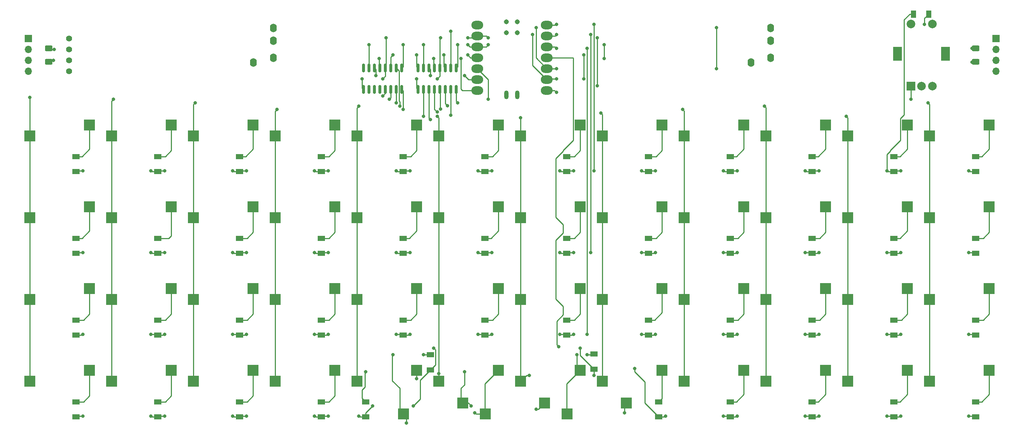
<source format=gbr>
%TF.GenerationSoftware,KiCad,Pcbnew,(6.0.4-0)*%
%TF.CreationDate,2022-09-28T21:01:25-05:00*%
%TF.ProjectId,mongus48,6d6f6e67-7573-4343-982e-6b696361645f,rev?*%
%TF.SameCoordinates,Original*%
%TF.FileFunction,Copper,L2,Bot*%
%TF.FilePolarity,Positive*%
%FSLAX46Y46*%
G04 Gerber Fmt 4.6, Leading zero omitted, Abs format (unit mm)*
G04 Created by KiCad (PCBNEW (6.0.4-0)) date 2022-09-28 21:01:25*
%MOMM*%
%LPD*%
G01*
G04 APERTURE LIST*
G04 Aperture macros list*
%AMRoundRect*
0 Rectangle with rounded corners*
0 $1 Rounding radius*
0 $2 $3 $4 $5 $6 $7 $8 $9 X,Y pos of 4 corners*
0 Add a 4 corners polygon primitive as box body*
4,1,4,$2,$3,$4,$5,$6,$7,$8,$9,$2,$3,0*
0 Add four circle primitives for the rounded corners*
1,1,$1+$1,$2,$3*
1,1,$1+$1,$4,$5*
1,1,$1+$1,$6,$7*
1,1,$1+$1,$8,$9*
0 Add four rect primitives between the rounded corners*
20,1,$1+$1,$2,$3,$4,$5,0*
20,1,$1+$1,$4,$5,$6,$7,0*
20,1,$1+$1,$6,$7,$8,$9,0*
20,1,$1+$1,$8,$9,$2,$3,0*%
G04 Aperture macros list end*
%TA.AperFunction,SMDPad,CuDef*%
%ADD10R,2.550000X2.500000*%
%TD*%
%TA.AperFunction,ComponentPad*%
%ADD11C,1.397000*%
%TD*%
%TA.AperFunction,ComponentPad*%
%ADD12O,1.600000X2.000000*%
%TD*%
%TA.AperFunction,ComponentPad*%
%ADD13R,1.700000X1.700000*%
%TD*%
%TA.AperFunction,ComponentPad*%
%ADD14O,1.700000X1.700000*%
%TD*%
%TA.AperFunction,ComponentPad*%
%ADD15R,2.000000X2.000000*%
%TD*%
%TA.AperFunction,ComponentPad*%
%ADD16C,2.000000*%
%TD*%
%TA.AperFunction,ComponentPad*%
%ADD17R,2.000000X3.200000*%
%TD*%
%TA.AperFunction,SMDPad,CuDef*%
%ADD18R,1.700000X1.300000*%
%TD*%
%TA.AperFunction,SMDPad,CuDef*%
%ADD19RoundRect,0.150000X0.150000X-0.850000X0.150000X0.850000X-0.150000X0.850000X-0.150000X-0.850000X0*%
%TD*%
%TA.AperFunction,SMDPad,CuDef*%
%ADD20R,1.300000X1.700000*%
%TD*%
%TA.AperFunction,SMDPad,CuDef*%
%ADD21O,2.748280X1.998980*%
%TD*%
%TA.AperFunction,SMDPad,CuDef*%
%ADD22O,1.016000X2.032000*%
%TD*%
%TA.AperFunction,SMDPad,CuDef*%
%ADD23C,1.143000*%
%TD*%
%TA.AperFunction,SMDPad,CuDef*%
%ADD24RoundRect,0.250000X0.625000X-0.400000X0.625000X0.400000X-0.625000X0.400000X-0.625000X-0.400000X0*%
%TD*%
%TA.AperFunction,ViaPad*%
%ADD25C,0.800000*%
%TD*%
%TA.AperFunction,Conductor*%
%ADD26C,0.250000*%
%TD*%
G04 APERTURE END LIST*
D10*
%TO.P,SW28,1,A*%
%TO.N,Net-(D28-Pad2)*%
X106302500Y-106838750D03*
%TO.P,SW28,2,B*%
%TO.N,col9*%
X92452500Y-109378750D03*
%TD*%
%TO.P,SW38,1,A*%
%TO.N,Net-(D38-Pad2)*%
X68202500Y-125888750D03*
%TO.P,SW38,2,B*%
%TO.N,col11*%
X54352500Y-128428750D03*
%TD*%
%TO.P,SW39,1,A*%
%TO.N,Net-(D39-Pad2)*%
X87252500Y-125888750D03*
%TO.P,SW39,2,B*%
%TO.N,col10*%
X73402500Y-128428750D03*
%TD*%
%TO.P,SW50,1,A*%
%TO.N,Net-(D43-Pad2)*%
X160397500Y-136048750D03*
%TO.P,SW50,2,B*%
%TO.N,col6*%
X174247500Y-133508750D03*
%TD*%
%TO.P,SW11,1,A*%
%TO.N,Net-(D11-Pad2)*%
X239652500Y-68738750D03*
%TO.P,SW11,2,B*%
%TO.N,col2*%
X225802500Y-71278750D03*
%TD*%
%TO.P,SW27,1,A*%
%TO.N,Net-(D27-Pad2)*%
X87252500Y-106838750D03*
%TO.P,SW27,2,B*%
%TO.N,col10*%
X73402500Y-109378750D03*
%TD*%
%TO.P,SW32,1,A*%
%TO.N,Net-(D32-Pad2)*%
X182502500Y-106838750D03*
%TO.P,SW32,2,B*%
%TO.N,col5*%
X168652500Y-109378750D03*
%TD*%
%TO.P,SW26,1,A*%
%TO.N,Net-(D26-Pad2)*%
X68202500Y-106838750D03*
%TO.P,SW26,2,B*%
%TO.N,col11*%
X54352500Y-109378750D03*
%TD*%
%TO.P,SW8,1,A*%
%TO.N,Net-(D8-Pad2)*%
X182502500Y-68738750D03*
%TO.P,SW8,2,B*%
%TO.N,col5*%
X168652500Y-71278750D03*
%TD*%
%TO.P,SW33,1,A*%
%TO.N,Net-(D33-Pad2)*%
X201552500Y-106838750D03*
%TO.P,SW33,2,B*%
%TO.N,col4*%
X187702500Y-109378750D03*
%TD*%
%TO.P,SW35,1,A*%
%TO.N,Net-(D35-Pad2)*%
X239652500Y-106838750D03*
%TO.P,SW35,2,B*%
%TO.N,col2*%
X225802500Y-109378750D03*
%TD*%
%TO.P,SW19,1,A*%
%TO.N,Net-(D19-Pad2)*%
X163452500Y-87788750D03*
%TO.P,SW19,2,B*%
%TO.N,col6*%
X149602500Y-90328750D03*
%TD*%
%TO.P,SW12,1,A*%
%TO.N,Net-(D12-Pad2)*%
X258702500Y-68738750D03*
%TO.P,SW12,2,B*%
%TO.N,col1*%
X244852500Y-71278750D03*
%TD*%
%TO.P,SW44,1,A*%
%TO.N,Net-(D44-Pad2)*%
X182502500Y-125888750D03*
%TO.P,SW44,2,B*%
%TO.N,col5*%
X168652500Y-128428750D03*
%TD*%
%TO.P,SW22,1,A*%
%TO.N,Net-(D22-Pad2)*%
X220602500Y-87788750D03*
%TO.P,SW22,2,B*%
%TO.N,col3*%
X206752500Y-90328750D03*
%TD*%
%TO.P,SW49,1,A*%
%TO.N,Net-(D42-Pad2)*%
X141347500Y-136048750D03*
%TO.P,SW49,2,B*%
%TO.N,col7*%
X155197500Y-133508750D03*
%TD*%
%TO.P,SW6,1,A*%
%TO.N,Net-(D6-Pad2)*%
X144402500Y-68738750D03*
%TO.P,SW6,2,B*%
%TO.N,col7*%
X130552500Y-71278750D03*
%TD*%
%TO.P,SW17,1,A*%
%TO.N,Net-(D17-Pad2)*%
X125352500Y-87788750D03*
%TO.P,SW17,2,B*%
%TO.N,col8*%
X111502500Y-90328750D03*
%TD*%
%TO.P,SW42,1,A*%
%TO.N,Net-(D42-Pad2)*%
X144402500Y-125888750D03*
%TO.P,SW42,2,B*%
%TO.N,col7*%
X130552500Y-128428750D03*
%TD*%
%TO.P,SW7,1,A*%
%TO.N,Net-(D7-Pad2)*%
X163452500Y-68738750D03*
%TO.P,SW7,2,B*%
%TO.N,col6*%
X149602500Y-71278750D03*
%TD*%
D11*
%TO.P,OL1,1,SDA*%
%TO.N,sda*%
X44450000Y-48577500D03*
%TO.P,OL1,2,SCL*%
%TO.N,scl*%
X44450000Y-51117500D03*
%TO.P,OL1,3,VCC*%
%TO.N,3v3*%
X44450000Y-53657500D03*
%TO.P,OL1,4,GND*%
%TO.N,gnd*%
X44450000Y-56197500D03*
%TD*%
D10*
%TO.P,SW45,1,A*%
%TO.N,Net-(D45-Pad2)*%
X201552500Y-125888750D03*
%TO.P,SW45,2,B*%
%TO.N,col4*%
X187702500Y-128428750D03*
%TD*%
%TO.P,SW15,1,A*%
%TO.N,Net-(D15-Pad2)*%
X87252500Y-87788750D03*
%TO.P,SW15,2,B*%
%TO.N,col10*%
X73402500Y-90328750D03*
%TD*%
%TO.P,SW47,1,A*%
%TO.N,Net-(D47-Pad2)*%
X239652500Y-125888750D03*
%TO.P,SW47,2,B*%
%TO.N,col2*%
X225802500Y-128428750D03*
%TD*%
%TO.P,SW4,1,A*%
%TO.N,Net-(D4-Pad2)*%
X106302500Y-68738750D03*
%TO.P,SW4,2,B*%
%TO.N,col9*%
X92452500Y-71278750D03*
%TD*%
%TO.P,SW37,1,A*%
%TO.N,Net-(D37-Pad2)*%
X49152500Y-125888750D03*
%TO.P,SW37,2,B*%
%TO.N,col12*%
X35302500Y-128428750D03*
%TD*%
%TO.P,SW29,1,A*%
%TO.N,Net-(D29-Pad2)*%
X125352500Y-106838750D03*
%TO.P,SW29,2,B*%
%TO.N,col8*%
X111502500Y-109378750D03*
%TD*%
%TO.P,SW23,1,A*%
%TO.N,Net-(D23-Pad2)*%
X239652500Y-87788750D03*
%TO.P,SW23,2,B*%
%TO.N,col2*%
X225802500Y-90328750D03*
%TD*%
%TO.P,SW1,1,A*%
%TO.N,Net-(D1-Pad2)*%
X49152500Y-68738750D03*
%TO.P,SW1,2,B*%
%TO.N,col12*%
X35302500Y-71278750D03*
%TD*%
%TO.P,SW51,1,A*%
%TO.N,Net-(D42-Pad2)*%
X122297500Y-136048750D03*
%TO.P,SW51,2,B*%
%TO.N,col7*%
X136147500Y-133508750D03*
%TD*%
%TO.P,SW20,1,A*%
%TO.N,Net-(D20-Pad2)*%
X182502500Y-87788750D03*
%TO.P,SW20,2,B*%
%TO.N,col5*%
X168652500Y-90328750D03*
%TD*%
%TO.P,SW25,1,A*%
%TO.N,Net-(D25-Pad2)*%
X49152500Y-106838750D03*
%TO.P,SW25,2,B*%
%TO.N,col12*%
X35302500Y-109378750D03*
%TD*%
D12*
%TO.P,U5,1,SLEEVE*%
%TO.N,gnd*%
X203281250Y-54162500D03*
%TO.P,U5,2,TIP*%
%TO.N,3v3*%
X207881250Y-53062500D03*
%TO.P,U5,3,RING1*%
%TO.N,scl*%
X207881250Y-49062500D03*
%TO.P,U5,4,RING2*%
%TO.N,sda*%
X207881250Y-46062500D03*
%TD*%
D13*
%TO.P,J2,1,Pin_1*%
%TO.N,sda*%
X34925000Y-48587500D03*
D14*
%TO.P,J2,2,Pin_2*%
%TO.N,scl*%
X34925000Y-51127500D03*
%TO.P,J2,3,Pin_3*%
%TO.N,3v3*%
X34925000Y-53667500D03*
%TO.P,J2,4,Pin_4*%
%TO.N,gnd*%
X34925000Y-56207500D03*
%TD*%
D15*
%TO.P,RSW1,A,A*%
%TO.N,pad_a*%
X240506250Y-59637500D03*
D16*
%TO.P,RSW1,B,B*%
%TO.N,pad_b*%
X245506250Y-59637500D03*
%TO.P,RSW1,C,C*%
%TO.N,gnd*%
X243006250Y-59637500D03*
D17*
%TO.P,RSW1,MP*%
%TO.N,N/C*%
X248606250Y-52137500D03*
X237406250Y-52137500D03*
D16*
%TO.P,RSW1,S1,S1*%
%TO.N,col0*%
X245506250Y-45137500D03*
%TO.P,RSW1,S2,S2*%
%TO.N,Net-(RD1-Pad2)*%
X240506250Y-45137500D03*
%TD*%
D10*
%TO.P,SW9,1,A*%
%TO.N,Net-(D9-Pad2)*%
X201552500Y-68738750D03*
%TO.P,SW9,2,B*%
%TO.N,col4*%
X187702500Y-71278750D03*
%TD*%
%TO.P,SW34,1,A*%
%TO.N,Net-(D34-Pad2)*%
X220602500Y-106838750D03*
%TO.P,SW34,2,B*%
%TO.N,col3*%
X206752500Y-109378750D03*
%TD*%
%TO.P,SW46,1,A*%
%TO.N,Net-(D46-Pad2)*%
X220602500Y-125888750D03*
%TO.P,SW46,2,B*%
%TO.N,col3*%
X206752500Y-128428750D03*
%TD*%
%TO.P,SW40,1,A*%
%TO.N,Net-(D40-Pad2)*%
X106302500Y-125888750D03*
%TO.P,SW40,2,B*%
%TO.N,col9*%
X92452500Y-128428750D03*
%TD*%
%TO.P,SW14,1,A*%
%TO.N,Net-(D14-Pad2)*%
X68202500Y-87788750D03*
%TO.P,SW14,2,B*%
%TO.N,col11*%
X54352500Y-90328750D03*
%TD*%
D13*
%TO.P,J1,1,Pin_1*%
%TO.N,sda*%
X260350000Y-48587500D03*
D14*
%TO.P,J1,2,Pin_2*%
%TO.N,scl*%
X260350000Y-51127500D03*
%TO.P,J1,3,Pin_3*%
%TO.N,3v3*%
X260350000Y-53667500D03*
%TO.P,J1,4,Pin_4*%
%TO.N,gnd*%
X260350000Y-56207500D03*
%TD*%
D10*
%TO.P,SW36,1,A*%
%TO.N,Net-(D36-Pad2)*%
X258702500Y-106838750D03*
%TO.P,SW36,2,B*%
%TO.N,col1*%
X244852500Y-109378750D03*
%TD*%
%TO.P,SW3,1,A*%
%TO.N,Net-(D3-Pad2)*%
X87252500Y-68738750D03*
%TO.P,SW3,2,B*%
%TO.N,col10*%
X73402500Y-71278750D03*
%TD*%
%TO.P,SW43,1,A*%
%TO.N,Net-(D43-Pad2)*%
X163452500Y-125888750D03*
%TO.P,SW43,2,B*%
%TO.N,col6*%
X149602500Y-128428750D03*
%TD*%
%TO.P,SW30,1,A*%
%TO.N,Net-(D30-Pad2)*%
X144402500Y-106838750D03*
%TO.P,SW30,2,B*%
%TO.N,col7*%
X130552500Y-109378750D03*
%TD*%
%TO.P,SW10,1,A*%
%TO.N,Net-(D10-Pad2)*%
X220602500Y-68738750D03*
%TO.P,SW10,2,B*%
%TO.N,col3*%
X206752500Y-71278750D03*
%TD*%
%TO.P,SW21,1,A*%
%TO.N,Net-(D21-Pad2)*%
X201552500Y-87788750D03*
%TO.P,SW21,2,B*%
%TO.N,col4*%
X187702500Y-90328750D03*
%TD*%
%TO.P,SW2,1,A*%
%TO.N,Net-(D2-Pad2)*%
X68202500Y-68738750D03*
%TO.P,SW2,2,B*%
%TO.N,col11*%
X54352500Y-71278750D03*
%TD*%
%TO.P,SW48,1,A*%
%TO.N,Net-(D48-Pad2)*%
X258702500Y-125888750D03*
%TO.P,SW48,2,B*%
%TO.N,col1*%
X244852500Y-128428750D03*
%TD*%
%TO.P,SW24,1,A*%
%TO.N,Net-(D24-Pad2)*%
X258702500Y-87788750D03*
%TO.P,SW24,2,B*%
%TO.N,col1*%
X244852500Y-90328750D03*
%TD*%
D12*
%TO.P,U4,1,SLEEVE*%
%TO.N,gnd*%
X87393750Y-54162500D03*
%TO.P,U4,2,TIP*%
%TO.N,3v3*%
X91993750Y-53062500D03*
%TO.P,U4,3,RING1*%
%TO.N,scl*%
X91993750Y-49062500D03*
%TO.P,U4,4,RING2*%
%TO.N,sda*%
X91993750Y-46062500D03*
%TD*%
D10*
%TO.P,SW41,1,A*%
%TO.N,Net-(D41-Pad2)*%
X125352500Y-125888750D03*
%TO.P,SW41,2,B*%
%TO.N,col8*%
X111502500Y-128428750D03*
%TD*%
%TO.P,SW31,1,A*%
%TO.N,Net-(D31-Pad2)*%
X163452500Y-106838750D03*
%TO.P,SW31,2,B*%
%TO.N,col6*%
X149602500Y-109378750D03*
%TD*%
%TO.P,SW18,1,A*%
%TO.N,Net-(D18-Pad2)*%
X144402500Y-87788750D03*
%TO.P,SW18,2,B*%
%TO.N,col7*%
X130552500Y-90328750D03*
%TD*%
%TO.P,SW16,1,A*%
%TO.N,Net-(D16-Pad2)*%
X106302500Y-87788750D03*
%TO.P,SW16,2,B*%
%TO.N,col9*%
X92452500Y-90328750D03*
%TD*%
%TO.P,SW13,1,A*%
%TO.N,Net-(D13-Pad2)*%
X49152500Y-87788750D03*
%TO.P,SW13,2,B*%
%TO.N,col12*%
X35302500Y-90328750D03*
%TD*%
%TO.P,SW5,1,A*%
%TO.N,Net-(D5-Pad2)*%
X125352500Y-68738750D03*
%TO.P,SW5,2,B*%
%TO.N,col8*%
X111502500Y-71278750D03*
%TD*%
D18*
%TO.P,D24,1,K*%
%TO.N,row1*%
X255587500Y-98587500D03*
%TO.P,D24,2,A*%
%TO.N,Net-(D24-Pad2)*%
X255587500Y-95087500D03*
%TD*%
%TO.P,D17,1,K*%
%TO.N,row1*%
X122237500Y-98587500D03*
%TO.P,D17,2,A*%
%TO.N,Net-(D17-Pad2)*%
X122237500Y-95087500D03*
%TD*%
%TO.P,D4,1,K*%
%TO.N,row0*%
X103187500Y-79537500D03*
%TO.P,D4,2,A*%
%TO.N,Net-(D4-Pad2)*%
X103187500Y-76037500D03*
%TD*%
%TO.P,D47,1,K*%
%TO.N,row3*%
X236537500Y-136687500D03*
%TO.P,D47,2,A*%
%TO.N,Net-(D47-Pad2)*%
X236537500Y-133187500D03*
%TD*%
%TO.P,D21,1,K*%
%TO.N,row1*%
X198437500Y-98587500D03*
%TO.P,D21,2,A*%
%TO.N,Net-(D21-Pad2)*%
X198437500Y-95087500D03*
%TD*%
%TO.P,D13,1,K*%
%TO.N,row1*%
X46037500Y-98587500D03*
%TO.P,D13,2,A*%
%TO.N,Net-(D13-Pad2)*%
X46037500Y-95087500D03*
%TD*%
%TO.P,D32,1,K*%
%TO.N,row2*%
X179387500Y-117637500D03*
%TO.P,D32,2,A*%
%TO.N,Net-(D32-Pad2)*%
X179387500Y-114137500D03*
%TD*%
%TO.P,D23,1,K*%
%TO.N,row1*%
X236537500Y-98587500D03*
%TO.P,D23,2,A*%
%TO.N,Net-(D23-Pad2)*%
X236537500Y-95087500D03*
%TD*%
D19*
%TO.P,U2,1,QB*%
%TO.N,col9*%
X121920000Y-60443750D03*
%TO.P,U2,2,QC*%
%TO.N,col10*%
X120650000Y-60443750D03*
%TO.P,U2,3,QD*%
%TO.N,col11*%
X119380000Y-60443750D03*
%TO.P,U2,4,QE*%
%TO.N,col12*%
X118110000Y-60443750D03*
%TO.P,U2,5,QF*%
%TO.N,unconnected-(U2-Pad5)*%
X116840000Y-60443750D03*
%TO.P,U2,6,QG*%
%TO.N,unconnected-(U2-Pad6)*%
X115570000Y-60443750D03*
%TO.P,U2,7,QH*%
%TO.N,unconnected-(U2-Pad7)*%
X114300000Y-60443750D03*
%TO.P,U2,8,GND*%
%TO.N,gnd*%
X113030000Y-60443750D03*
%TO.P,U2,9,QH'*%
%TO.N,unconnected-(U2-Pad9)*%
X113030000Y-55443750D03*
%TO.P,U2,10,~{SRCLR}*%
%TO.N,3v3*%
X114300000Y-55443750D03*
%TO.P,U2,11,SRCLK*%
%TO.N,sck*%
X115570000Y-55443750D03*
%TO.P,U2,12,RCLK*%
%TO.N,io_cs*%
X116840000Y-55443750D03*
%TO.P,U2,13,~{OE}*%
%TO.N,gnd*%
X118110000Y-55443750D03*
%TO.P,U2,14,SER*%
%TO.N,Net-(U2-Pad14)*%
X119380000Y-55443750D03*
%TO.P,U2,15,QA*%
%TO.N,col8*%
X120650000Y-55443750D03*
%TO.P,U2,16,VCC*%
%TO.N,3v3*%
X121920000Y-55443750D03*
%TD*%
D18*
%TO.P,D14,1,K*%
%TO.N,row1*%
X65087500Y-98587500D03*
%TO.P,D14,2,A*%
%TO.N,Net-(D14-Pad2)*%
X65087500Y-95087500D03*
%TD*%
%TO.P,D35,1,K*%
%TO.N,row2*%
X236537500Y-117637500D03*
%TO.P,D35,2,A*%
%TO.N,Net-(D35-Pad2)*%
X236537500Y-114137500D03*
%TD*%
%TO.P,D25,1,K*%
%TO.N,row2*%
X46037500Y-117637500D03*
%TO.P,D25,2,A*%
%TO.N,Net-(D25-Pad2)*%
X46037500Y-114137500D03*
%TD*%
%TO.P,D33,1,K*%
%TO.N,row2*%
X198437500Y-117637500D03*
%TO.P,D33,2,A*%
%TO.N,Net-(D33-Pad2)*%
X198437500Y-114137500D03*
%TD*%
%TO.P,D30,1,K*%
%TO.N,row2*%
X141287500Y-117637500D03*
%TO.P,D30,2,A*%
%TO.N,Net-(D30-Pad2)*%
X141287500Y-114137500D03*
%TD*%
%TO.P,D16,1,K*%
%TO.N,row1*%
X103187500Y-98587500D03*
%TO.P,D16,2,A*%
%TO.N,Net-(D16-Pad2)*%
X103187500Y-95087500D03*
%TD*%
%TO.P,D42,1,K*%
%TO.N,row3*%
X128587500Y-125737500D03*
%TO.P,D42,2,A*%
%TO.N,Net-(D42-Pad2)*%
X128587500Y-122237500D03*
%TD*%
%TO.P,D26,1,K*%
%TO.N,row2*%
X65087500Y-117637500D03*
%TO.P,D26,2,A*%
%TO.N,Net-(D26-Pad2)*%
X65087500Y-114137500D03*
%TD*%
%TO.P,D41,1,K*%
%TO.N,row3*%
X113506250Y-136687500D03*
%TO.P,D41,2,A*%
%TO.N,Net-(D41-Pad2)*%
X113506250Y-133187500D03*
%TD*%
%TO.P,D22,1,K*%
%TO.N,row1*%
X217487500Y-98587500D03*
%TO.P,D22,2,A*%
%TO.N,Net-(D22-Pad2)*%
X217487500Y-95087500D03*
%TD*%
D20*
%TO.P,RD1,1,K*%
%TO.N,row0*%
X241137500Y-42862500D03*
%TO.P,RD1,2,A*%
%TO.N,Net-(RD1-Pad2)*%
X244637500Y-42862500D03*
%TD*%
D18*
%TO.P,D46,1,K*%
%TO.N,row3*%
X217487500Y-136687500D03*
%TO.P,D46,2,A*%
%TO.N,Net-(D46-Pad2)*%
X217487500Y-133187500D03*
%TD*%
%TO.P,D37,1,K*%
%TO.N,row3*%
X46037500Y-136687500D03*
%TO.P,D37,2,A*%
%TO.N,Net-(D37-Pad2)*%
X46037500Y-133187500D03*
%TD*%
%TO.P,D19,1,K*%
%TO.N,row1*%
X160337500Y-98587500D03*
%TO.P,D19,2,A*%
%TO.N,Net-(D19-Pad2)*%
X160337500Y-95087500D03*
%TD*%
D21*
%TO.P,U1,1,PA02_A0_D0*%
%TO.N,row0*%
X155704290Y-45387990D03*
%TO.P,U1,2,PA4_A1_D1*%
%TO.N,row1*%
X155704290Y-47927990D03*
%TO.P,U1,3,PA10_A2_D2*%
%TO.N,row2*%
X155704290Y-50467990D03*
%TO.P,U1,4,PA11_A3_D3*%
%TO.N,row3*%
X155704290Y-53007990D03*
%TO.P,U1,5,PA8_A4_D4_SDA*%
%TO.N,sda*%
X155704290Y-55547990D03*
%TO.P,U1,6,PA9_A5_D5_SCL*%
%TO.N,scl*%
X155704290Y-58087990D03*
%TO.P,U1,7,PB08_A6_D6_TX*%
%TO.N,pad_b*%
X155704290Y-60627990D03*
%TO.P,U1,8,PB09_A7_D7_RX*%
%TO.N,io_cs*%
X139539730Y-60627990D03*
%TO.P,U1,9,PA7_A8_D8_SCK*%
%TO.N,sck*%
X139539730Y-58087990D03*
%TO.P,U1,10,PA5_A9_D9_MISO*%
%TO.N,pad_a*%
X139539730Y-55547990D03*
%TO.P,U1,11,PA6_A10_D10_MOSI*%
%TO.N,mosi*%
X139539730Y-53007990D03*
%TO.P,U1,12,3V3*%
%TO.N,3v3*%
X139539730Y-50467990D03*
%TO.P,U1,13,GND*%
%TO.N,gnd*%
X139539730Y-47927990D03*
%TO.P,U1,14,5V*%
%TO.N,unconnected-(U1-Pad14)*%
X139539730Y-45387990D03*
D22*
%TO.P,U1,15,5V*%
%TO.N,unconnected-(U1-Pad15)*%
X148837410Y-61705810D03*
%TO.P,U1,16,GND*%
%TO.N,unconnected-(U1-Pad16)*%
X146287410Y-61705810D03*
D23*
%TO.P,U1,17,PA31_SWDIO*%
%TO.N,unconnected-(U1-Pad17)*%
X148838607Y-44701623D03*
%TO.P,U1,18,PA30_SWCLK*%
%TO.N,unconnected-(U1-Pad18)*%
X146298607Y-44701623D03*
%TO.P,U1,19,RESET*%
%TO.N,unconnected-(U1-Pad19)*%
X148838607Y-47241623D03*
%TO.P,U1,20,GND*%
%TO.N,unconnected-(U1-Pad20)*%
X146298607Y-47241623D03*
%TD*%
D18*
%TO.P,D2,1,K*%
%TO.N,row0*%
X65087500Y-79537500D03*
%TO.P,D2,2,A*%
%TO.N,Net-(D2-Pad2)*%
X65087500Y-76037500D03*
%TD*%
%TO.P,D39,1,K*%
%TO.N,row3*%
X84137500Y-136687500D03*
%TO.P,D39,2,A*%
%TO.N,Net-(D39-Pad2)*%
X84137500Y-133187500D03*
%TD*%
%TO.P,D27,1,K*%
%TO.N,row2*%
X84137500Y-117637500D03*
%TO.P,D27,2,A*%
%TO.N,Net-(D27-Pad2)*%
X84137500Y-114137500D03*
%TD*%
%TO.P,D18,1,K*%
%TO.N,row1*%
X141287500Y-98587500D03*
%TO.P,D18,2,A*%
%TO.N,Net-(D18-Pad2)*%
X141287500Y-95087500D03*
%TD*%
%TO.P,D29,1,K*%
%TO.N,row2*%
X122237500Y-117637500D03*
%TO.P,D29,2,A*%
%TO.N,Net-(D29-Pad2)*%
X122237500Y-114137500D03*
%TD*%
%TO.P,D12,1,K*%
%TO.N,row0*%
X255587500Y-79537500D03*
%TO.P,D12,2,A*%
%TO.N,Net-(D12-Pad2)*%
X255587500Y-76037500D03*
%TD*%
D24*
%TO.P,R2,1*%
%TO.N,3v3*%
X255587500Y-53937500D03*
%TO.P,R2,2*%
%TO.N,sda*%
X255587500Y-50837500D03*
%TD*%
D18*
%TO.P,D9,1,K*%
%TO.N,row0*%
X198437500Y-79537500D03*
%TO.P,D9,2,A*%
%TO.N,Net-(D9-Pad2)*%
X198437500Y-76037500D03*
%TD*%
D19*
%TO.P,U3,1,QB*%
%TO.N,col1*%
X134620000Y-60443750D03*
%TO.P,U3,2,QC*%
%TO.N,col2*%
X133350000Y-60443750D03*
%TO.P,U3,3,QD*%
%TO.N,col3*%
X132080000Y-60443750D03*
%TO.P,U3,4,QE*%
%TO.N,col4*%
X130810000Y-60443750D03*
%TO.P,U3,5,QF*%
%TO.N,col5*%
X129540000Y-60443750D03*
%TO.P,U3,6,QG*%
%TO.N,col6*%
X128270000Y-60443750D03*
%TO.P,U3,7,QH*%
%TO.N,col7*%
X127000000Y-60443750D03*
%TO.P,U3,8,GND*%
%TO.N,gnd*%
X125730000Y-60443750D03*
%TO.P,U3,9,QH'*%
%TO.N,Net-(U2-Pad14)*%
X125730000Y-55443750D03*
%TO.P,U3,10,~{SRCLR}*%
%TO.N,3v3*%
X127000000Y-55443750D03*
%TO.P,U3,11,SRCLK*%
%TO.N,sck*%
X128270000Y-55443750D03*
%TO.P,U3,12,RCLK*%
%TO.N,io_cs*%
X129540000Y-55443750D03*
%TO.P,U3,13,~{OE}*%
%TO.N,gnd*%
X130810000Y-55443750D03*
%TO.P,U3,14,SER*%
%TO.N,mosi*%
X132080000Y-55443750D03*
%TO.P,U3,15,QA*%
%TO.N,col0*%
X133350000Y-55443750D03*
%TO.P,U3,16,VCC*%
%TO.N,3v3*%
X134620000Y-55443750D03*
%TD*%
D18*
%TO.P,D43,1,K*%
%TO.N,row3*%
X166687500Y-125575000D03*
%TO.P,D43,2,A*%
%TO.N,Net-(D43-Pad2)*%
X166687500Y-122075000D03*
%TD*%
%TO.P,D7,1,K*%
%TO.N,row0*%
X160337500Y-79537500D03*
%TO.P,D7,2,A*%
%TO.N,Net-(D7-Pad2)*%
X160337500Y-76037500D03*
%TD*%
%TO.P,D40,1,K*%
%TO.N,row3*%
X103187500Y-136687500D03*
%TO.P,D40,2,A*%
%TO.N,Net-(D40-Pad2)*%
X103187500Y-133187500D03*
%TD*%
%TO.P,D1,1,K*%
%TO.N,row0*%
X46037500Y-79537500D03*
%TO.P,D1,2,A*%
%TO.N,Net-(D1-Pad2)*%
X46037500Y-76037500D03*
%TD*%
%TO.P,D38,1,K*%
%TO.N,row3*%
X65087500Y-136687500D03*
%TO.P,D38,2,A*%
%TO.N,Net-(D38-Pad2)*%
X65087500Y-133187500D03*
%TD*%
%TO.P,D11,1,K*%
%TO.N,row0*%
X236537500Y-79537500D03*
%TO.P,D11,2,A*%
%TO.N,Net-(D11-Pad2)*%
X236537500Y-76037500D03*
%TD*%
%TO.P,D3,1,K*%
%TO.N,row0*%
X84137500Y-79537500D03*
%TO.P,D3,2,A*%
%TO.N,Net-(D3-Pad2)*%
X84137500Y-76037500D03*
%TD*%
%TO.P,D5,1,K*%
%TO.N,row0*%
X122237500Y-79537500D03*
%TO.P,D5,2,A*%
%TO.N,Net-(D5-Pad2)*%
X122237500Y-76037500D03*
%TD*%
%TO.P,D45,1,K*%
%TO.N,row3*%
X198437500Y-136687500D03*
%TO.P,D45,2,A*%
%TO.N,Net-(D45-Pad2)*%
X198437500Y-133187500D03*
%TD*%
%TO.P,D28,1,K*%
%TO.N,row2*%
X103187500Y-117637500D03*
%TO.P,D28,2,A*%
%TO.N,Net-(D28-Pad2)*%
X103187500Y-114137500D03*
%TD*%
%TO.P,D6,1,K*%
%TO.N,row0*%
X141287500Y-79537500D03*
%TO.P,D6,2,A*%
%TO.N,Net-(D6-Pad2)*%
X141287500Y-76037500D03*
%TD*%
%TO.P,D34,1,K*%
%TO.N,row2*%
X217487500Y-117637500D03*
%TO.P,D34,2,A*%
%TO.N,Net-(D34-Pad2)*%
X217487500Y-114137500D03*
%TD*%
%TO.P,D44,1,K*%
%TO.N,row3*%
X181768750Y-136687500D03*
%TO.P,D44,2,A*%
%TO.N,Net-(D44-Pad2)*%
X181768750Y-133187500D03*
%TD*%
%TO.P,D10,1,K*%
%TO.N,row0*%
X217487500Y-79537500D03*
%TO.P,D10,2,A*%
%TO.N,Net-(D10-Pad2)*%
X217487500Y-76037500D03*
%TD*%
%TO.P,D31,1,K*%
%TO.N,row2*%
X160337500Y-117637500D03*
%TO.P,D31,2,A*%
%TO.N,Net-(D31-Pad2)*%
X160337500Y-114137500D03*
%TD*%
%TO.P,D15,1,K*%
%TO.N,row1*%
X84137500Y-98587500D03*
%TO.P,D15,2,A*%
%TO.N,Net-(D15-Pad2)*%
X84137500Y-95087500D03*
%TD*%
%TO.P,D36,1,K*%
%TO.N,row2*%
X255587500Y-117637500D03*
%TO.P,D36,2,A*%
%TO.N,Net-(D36-Pad2)*%
X255587500Y-114137500D03*
%TD*%
D24*
%TO.P,R1,1*%
%TO.N,3v3*%
X39687500Y-53937500D03*
%TO.P,R1,2*%
%TO.N,scl*%
X39687500Y-50837500D03*
%TD*%
D18*
%TO.P,D8,1,K*%
%TO.N,row0*%
X179387500Y-79537500D03*
%TO.P,D8,2,A*%
%TO.N,Net-(D8-Pad2)*%
X179387500Y-76037500D03*
%TD*%
%TO.P,D48,1,K*%
%TO.N,row3*%
X255587500Y-136687500D03*
%TO.P,D48,2,A*%
%TO.N,Net-(D48-Pad2)*%
X255587500Y-133187500D03*
%TD*%
%TO.P,D20,1,K*%
%TO.N,row1*%
X179387500Y-98587500D03*
%TO.P,D20,2,A*%
%TO.N,Net-(D20-Pad2)*%
X179387500Y-95087500D03*
%TD*%
D25*
%TO.N,col2*%
X133350000Y-66399997D03*
X225425000Y-66675000D03*
%TO.N,row1*%
X123825000Y-98425000D03*
X200025000Y-98425000D03*
X66675000Y-98425000D03*
X196850000Y-98425000D03*
X161925000Y-98425000D03*
X215900000Y-98425000D03*
X180975000Y-98425000D03*
X142875000Y-98425000D03*
X165893750Y-98425000D03*
X219075000Y-98425000D03*
X47625000Y-98425000D03*
X104775000Y-98425000D03*
X139700000Y-98425000D03*
X234950000Y-98425000D03*
X63500000Y-98425000D03*
X85725000Y-98425000D03*
X254000000Y-98425000D03*
X101600000Y-98425000D03*
X177800000Y-98425000D03*
X238125000Y-98425000D03*
X165893750Y-47625000D03*
X158750000Y-98425000D03*
X82550000Y-98425000D03*
X157956250Y-47625000D03*
X120650000Y-98425000D03*
%TO.N,row2*%
X161925000Y-117475000D03*
X123825000Y-117475000D03*
X200025000Y-117475000D03*
X238125000Y-117475000D03*
X234950000Y-117475000D03*
X219075000Y-117475000D03*
X254000000Y-117475000D03*
X177800000Y-117475000D03*
X139700000Y-117475000D03*
X165100000Y-117475000D03*
X85725000Y-117475000D03*
X165100000Y-50800000D03*
X82550000Y-117475000D03*
X215900000Y-117475000D03*
X47625000Y-117475000D03*
X196850000Y-117475000D03*
X120650000Y-117475000D03*
X104775000Y-117475000D03*
X101600000Y-117475000D03*
X157956250Y-50800000D03*
X158750000Y-117475000D03*
X63500000Y-117475000D03*
X66675000Y-117475000D03*
X142875000Y-117475000D03*
X180975000Y-117475000D03*
%TO.N,row3*%
X101600000Y-136525000D03*
X238125000Y-136525000D03*
X183356250Y-136525000D03*
X85725000Y-136525000D03*
X82550000Y-136525000D03*
X176212500Y-125412500D03*
X47625000Y-136525000D03*
X158445329Y-120345329D03*
X215900000Y-136525000D03*
X254000000Y-136525000D03*
X115093750Y-134143750D03*
X129381250Y-120650000D03*
X163512500Y-120650000D03*
X166687500Y-127000000D03*
X196850000Y-136525000D03*
X234950000Y-136525000D03*
X200025000Y-136525000D03*
X63500000Y-136525000D03*
X104775000Y-136525000D03*
X66675000Y-136525000D03*
X219075000Y-136525000D03*
X124618750Y-134143750D03*
X111918750Y-136525000D03*
%TO.N,Net-(D41-Pad2)*%
X113506250Y-126206250D03*
X125412500Y-127793750D03*
%TO.N,Net-(D42-Pad2)*%
X138906250Y-135731250D03*
X123031250Y-138112500D03*
X127000000Y-122237500D03*
X119856250Y-122237500D03*
%TO.N,Net-(D43-Pad2)*%
X162718750Y-122237500D03*
X165100000Y-122237500D03*
%TO.N,sda*%
X254756250Y-50837500D03*
X195262500Y-55562500D03*
X153193750Y-46037500D03*
X195262500Y-46037500D03*
X157956250Y-55562500D03*
%TO.N,scl*%
X164306250Y-57943750D03*
X157956250Y-57943750D03*
X152400000Y-47625000D03*
X40947500Y-51127500D03*
X164306250Y-52387500D03*
%TO.N,3v3*%
X142081250Y-50006250D03*
X169068750Y-53181250D03*
X169068750Y-50006250D03*
X137318750Y-50006250D03*
X122237500Y-50006250D03*
X127000000Y-50006250D03*
X40788750Y-53667500D03*
X114300000Y-50006250D03*
X254706739Y-54062011D03*
X134937500Y-50006250D03*
%TO.N,gnd*%
X112712500Y-57943750D03*
X130175000Y-57943750D03*
X167481250Y-48418750D03*
X137318750Y-48418750D03*
X142081250Y-48418750D03*
X117475000Y-57943750D03*
X118268750Y-48418750D03*
X125412500Y-57943750D03*
X167481250Y-59531250D03*
X130968750Y-48418750D03*
%TO.N,pad_a*%
X142081250Y-62706250D03*
X240506250Y-62706250D03*
%TO.N,pad_b*%
X157956250Y-61118750D03*
%TO.N,col0*%
X133350000Y-46831250D03*
%TO.N,col12*%
X35302500Y-62290000D03*
X117475000Y-61912500D03*
%TO.N,col11*%
X54768750Y-62706250D03*
X119062500Y-62706250D03*
%TO.N,col10*%
X73818750Y-63500000D03*
X120650000Y-63500000D03*
%TO.N,col9*%
X92868750Y-65087500D03*
X122237500Y-65087500D03*
%TO.N,col8*%
X111918750Y-64293750D03*
X121443750Y-64293750D03*
%TO.N,col7*%
X130552500Y-126622500D03*
X130175000Y-66675000D03*
X127000000Y-66675000D03*
X153193750Y-134937500D03*
X136525000Y-126206250D03*
X138112500Y-134143750D03*
%TO.N,col6*%
X149602500Y-67052500D03*
X128587500Y-67468750D03*
X173831250Y-135731250D03*
X151606250Y-127000000D03*
%TO.N,col5*%
X130175000Y-65675497D03*
X168275000Y-65881250D03*
%TO.N,col4*%
X130968750Y-64950997D03*
X187325000Y-65087500D03*
%TO.N,col3*%
X206375000Y-64293750D03*
X132556250Y-64226497D03*
%TO.N,col1*%
X244475000Y-63500000D03*
X134937500Y-63500000D03*
%TO.N,mosi*%
X131762500Y-52387500D03*
X137318750Y-52387500D03*
%TO.N,sck*%
X115887500Y-57150000D03*
X128587500Y-57150000D03*
X136525000Y-57150000D03*
%TO.N,io_cs*%
X116681250Y-53181250D03*
X135731250Y-53181250D03*
X129381250Y-53181250D03*
%TO.N,Net-(U2-Pad14)*%
X125412500Y-52387500D03*
X119856250Y-52387500D03*
%TO.N,row0*%
X101600000Y-79375000D03*
X161925000Y-79375000D03*
X196850000Y-79375000D03*
X238125000Y-79375000D03*
X219075000Y-79375000D03*
X215900000Y-79375000D03*
X82550000Y-79375000D03*
X66675000Y-79375000D03*
X200025000Y-79375000D03*
X142875000Y-79375000D03*
X177800000Y-79375000D03*
X166687500Y-45243750D03*
X158750000Y-79375000D03*
X234950000Y-79375000D03*
X157956250Y-45243750D03*
X85725000Y-79375000D03*
X63500000Y-79375000D03*
X254000000Y-79375000D03*
X120650000Y-79375000D03*
X139700000Y-79375000D03*
X180975000Y-79375000D03*
X104775000Y-79375000D03*
X166687500Y-79375000D03*
X47625000Y-79375000D03*
X123825000Y-79375000D03*
%TO.N,Net-(RD1-Pad2)*%
X243681250Y-45243750D03*
%TD*%
D26*
%TO.N,col2*%
X225425000Y-66675000D02*
X225802500Y-67052500D01*
X225802500Y-71278750D02*
X225802500Y-128428750D01*
X133350000Y-60443750D02*
X133350000Y-66399997D01*
X225802500Y-67052500D02*
X225802500Y-71278750D01*
%TO.N,Net-(D1-Pad2)*%
X49152500Y-68738750D02*
X49167921Y-68754171D01*
X47456758Y-76037500D02*
X46037500Y-76037500D01*
X49167921Y-68754171D02*
X49167921Y-74326337D01*
X49167921Y-74326337D02*
X47456758Y-76037500D01*
%TO.N,Net-(D2-Pad2)*%
X68217921Y-68754171D02*
X68217921Y-74657079D01*
X66837500Y-76037500D02*
X65087500Y-76037500D01*
X68217921Y-74657079D02*
X66837500Y-76037500D01*
X68202500Y-68738750D02*
X68217921Y-68754171D01*
%TO.N,Net-(D3-Pad2)*%
X87267921Y-74326337D02*
X85556758Y-76037500D01*
X87267921Y-68754171D02*
X87267921Y-74326337D01*
X85556758Y-76037500D02*
X84137500Y-76037500D01*
X87252500Y-68738750D02*
X87267921Y-68754171D01*
%TO.N,Net-(D4-Pad2)*%
X104937500Y-76037500D02*
X103187500Y-76037500D01*
X106317921Y-74657079D02*
X104937500Y-76037500D01*
X106317921Y-68754171D02*
X106317921Y-74657079D01*
X106302500Y-68738750D02*
X106317921Y-68754171D01*
%TO.N,Net-(D5-Pad2)*%
X123987500Y-76037500D02*
X122237500Y-76037500D01*
X125367921Y-74657079D02*
X123987500Y-76037500D01*
X125367921Y-68754171D02*
X125367921Y-74657079D01*
X125352500Y-68738750D02*
X125367921Y-68754171D01*
%TO.N,Net-(D6-Pad2)*%
X143037500Y-76037500D02*
X141287500Y-76037500D01*
X144417921Y-74657079D02*
X143037500Y-76037500D01*
X144417921Y-68754171D02*
X144417921Y-74657079D01*
X144402500Y-68738750D02*
X144417921Y-68754171D01*
%TO.N,Net-(D7-Pad2)*%
X163467921Y-74657079D02*
X162087500Y-76037500D01*
X163452500Y-68738750D02*
X163467921Y-68754171D01*
X162087500Y-76037500D02*
X160337500Y-76037500D01*
X163467921Y-68754171D02*
X163467921Y-74657079D01*
%TO.N,Net-(D8-Pad2)*%
X182517921Y-68754171D02*
X182517921Y-74657079D01*
X182517921Y-74657079D02*
X181137500Y-76037500D01*
X182502500Y-68738750D02*
X182517921Y-68754171D01*
X181137500Y-76037500D02*
X179387500Y-76037500D01*
%TO.N,Net-(D9-Pad2)*%
X201552500Y-68738750D02*
X201567921Y-68754171D01*
X201567921Y-68754171D02*
X201567921Y-74326337D01*
X201567921Y-74326337D02*
X199856758Y-76037500D01*
X199856758Y-76037500D02*
X198437500Y-76037500D01*
%TO.N,Net-(D10-Pad2)*%
X220602500Y-68738750D02*
X220617921Y-68754171D01*
X218906758Y-76037500D02*
X217487500Y-76037500D01*
X220617921Y-74326337D02*
X218906758Y-76037500D01*
X220617921Y-68754171D02*
X220617921Y-74326337D01*
%TO.N,Net-(D11-Pad2)*%
X239652500Y-68738750D02*
X239667921Y-68754171D01*
X239667921Y-74326337D02*
X237956758Y-76037500D01*
X239667921Y-68754171D02*
X239667921Y-74326337D01*
X237956758Y-76037500D02*
X236537500Y-76037500D01*
%TO.N,Net-(D12-Pad2)*%
X257006758Y-76037500D02*
X255587500Y-76037500D01*
X258717921Y-74326337D02*
X257006758Y-76037500D01*
X258717921Y-68754171D02*
X258717921Y-74326337D01*
X258702500Y-68738750D02*
X258717921Y-68754171D01*
%TO.N,Net-(D13-Pad2)*%
X49167921Y-87804171D02*
X49167921Y-93376337D01*
X49167921Y-93376337D02*
X47456758Y-95087500D01*
X49152500Y-87788750D02*
X49167921Y-87804171D01*
X47456758Y-95087500D02*
X46037500Y-95087500D01*
%TO.N,row1*%
X237962500Y-98587500D02*
X238125000Y-98425000D01*
X120812500Y-98587500D02*
X120650000Y-98425000D01*
X255425000Y-98425000D02*
X255587500Y-98587500D01*
X196850000Y-98425000D02*
X198275000Y-98425000D01*
X82712500Y-98587500D02*
X82550000Y-98425000D01*
X139862500Y-98587500D02*
X139700000Y-98425000D01*
X85725000Y-98425000D02*
X84300000Y-98425000D01*
X101762500Y-98587500D02*
X101600000Y-98425000D01*
X103187500Y-98587500D02*
X101762500Y-98587500D01*
X155704290Y-47927990D02*
X157653260Y-47927990D01*
X180812500Y-98587500D02*
X180975000Y-98425000D01*
X63662500Y-98587500D02*
X63500000Y-98425000D01*
X122237500Y-98587500D02*
X120812500Y-98587500D01*
X160337500Y-98587500D02*
X158912500Y-98587500D01*
X84137500Y-98587500D02*
X82712500Y-98587500D01*
X236537500Y-98587500D02*
X237962500Y-98587500D01*
X179225000Y-98425000D02*
X179387500Y-98587500D01*
X160500000Y-98425000D02*
X160337500Y-98587500D01*
X234950000Y-98425000D02*
X236375000Y-98425000D01*
X198275000Y-98425000D02*
X198437500Y-98587500D01*
X198437500Y-98587500D02*
X199862500Y-98587500D01*
X104775000Y-98425000D02*
X103350000Y-98425000D01*
X123825000Y-98425000D02*
X122400000Y-98425000D01*
X179387500Y-98587500D02*
X180812500Y-98587500D01*
X84300000Y-98425000D02*
X84137500Y-98587500D01*
X254000000Y-98425000D02*
X255425000Y-98425000D01*
X47625000Y-98425000D02*
X46200000Y-98425000D01*
X142875000Y-98425000D02*
X141450000Y-98425000D01*
X122400000Y-98425000D02*
X122237500Y-98587500D01*
X141287500Y-98587500D02*
X139862500Y-98587500D01*
X65250000Y-98425000D02*
X65087500Y-98587500D01*
X215900000Y-98425000D02*
X217325000Y-98425000D01*
X236375000Y-98425000D02*
X236537500Y-98587500D01*
X217325000Y-98425000D02*
X217487500Y-98587500D01*
X157653260Y-47927990D02*
X157956250Y-47625000D01*
X141450000Y-98425000D02*
X141287500Y-98587500D01*
X218912500Y-98587500D02*
X219075000Y-98425000D01*
X103350000Y-98425000D02*
X103187500Y-98587500D01*
X66675000Y-98425000D02*
X65250000Y-98425000D01*
X177800000Y-98425000D02*
X179225000Y-98425000D01*
X46200000Y-98425000D02*
X46037500Y-98587500D01*
X165893750Y-47625000D02*
X165893750Y-98425000D01*
X158912500Y-98587500D02*
X158750000Y-98425000D01*
X161925000Y-98425000D02*
X160500000Y-98425000D01*
X65087500Y-98587500D02*
X63662500Y-98587500D01*
X199862500Y-98587500D02*
X200025000Y-98425000D01*
X217487500Y-98587500D02*
X218912500Y-98587500D01*
%TO.N,Net-(D14-Pad2)*%
X67631250Y-95087500D02*
X65087500Y-95087500D01*
X68217921Y-94500829D02*
X67631250Y-95087500D01*
X68217921Y-87804171D02*
X68217921Y-94500829D01*
X68202500Y-87788750D02*
X68217921Y-87804171D01*
%TO.N,Net-(D15-Pad2)*%
X87267921Y-93707079D02*
X85887500Y-95087500D01*
X85887500Y-95087500D02*
X84137500Y-95087500D01*
X87252500Y-87788750D02*
X87267921Y-87804171D01*
X87267921Y-87804171D02*
X87267921Y-93707079D01*
%TO.N,Net-(D16-Pad2)*%
X106302500Y-87788750D02*
X106317921Y-87804171D01*
X106317921Y-93707079D02*
X104937500Y-95087500D01*
X104937500Y-95087500D02*
X103187500Y-95087500D01*
X106317921Y-87804171D02*
X106317921Y-93707079D01*
%TO.N,Net-(D17-Pad2)*%
X125367921Y-93376337D02*
X123656758Y-95087500D01*
X125367921Y-87804171D02*
X125367921Y-93376337D01*
X123656758Y-95087500D02*
X122237500Y-95087500D01*
X125352500Y-87788750D02*
X125367921Y-87804171D01*
%TO.N,Net-(D18-Pad2)*%
X144417921Y-87804171D02*
X144417921Y-93376337D01*
X144402500Y-87788750D02*
X144417921Y-87804171D01*
X144417921Y-93376337D02*
X142706758Y-95087500D01*
X142706758Y-95087500D02*
X141287500Y-95087500D01*
%TO.N,Net-(D19-Pad2)*%
X163467921Y-87804171D02*
X163467921Y-93707079D01*
X163467921Y-93707079D02*
X162087500Y-95087500D01*
X162087500Y-95087500D02*
X160337500Y-95087500D01*
X163452500Y-87788750D02*
X163467921Y-87804171D01*
%TO.N,Net-(D20-Pad2)*%
X182502500Y-87788750D02*
X182517921Y-87804171D01*
X181137500Y-95087500D02*
X179387500Y-95087500D01*
X182517921Y-93707079D02*
X181137500Y-95087500D01*
X182517921Y-87804171D02*
X182517921Y-93707079D01*
%TO.N,Net-(D21-Pad2)*%
X201567921Y-93707079D02*
X200187500Y-95087500D01*
X200187500Y-95087500D02*
X198437500Y-95087500D01*
X201552500Y-87788750D02*
X201567921Y-87804171D01*
X201567921Y-87804171D02*
X201567921Y-93707079D01*
%TO.N,Net-(D22-Pad2)*%
X219237500Y-95087500D02*
X217487500Y-95087500D01*
X220617921Y-93707079D02*
X219237500Y-95087500D01*
X220617921Y-87804171D02*
X220617921Y-93707079D01*
X220602500Y-87788750D02*
X220617921Y-87804171D01*
%TO.N,Net-(D23-Pad2)*%
X237956758Y-95087500D02*
X236537500Y-95087500D01*
X239652500Y-87788750D02*
X239667921Y-87804171D01*
X239667921Y-87804171D02*
X239667921Y-93376337D01*
X239667921Y-93376337D02*
X237956758Y-95087500D01*
%TO.N,Net-(D24-Pad2)*%
X258702500Y-87788750D02*
X258717921Y-87804171D01*
X257337500Y-95087500D02*
X255587500Y-95087500D01*
X258717921Y-93707079D02*
X257337500Y-95087500D01*
X258717921Y-87804171D02*
X258717921Y-93707079D01*
%TO.N,Net-(D25-Pad2)*%
X49152500Y-106838750D02*
X49167921Y-106854171D01*
X49167921Y-106854171D02*
X49167921Y-112757079D01*
X47787500Y-114137500D02*
X46037500Y-114137500D01*
X49167921Y-112757079D02*
X47787500Y-114137500D01*
%TO.N,row2*%
X142712500Y-117637500D02*
X142875000Y-117475000D01*
X217487500Y-117637500D02*
X218912500Y-117637500D01*
X179387500Y-117637500D02*
X180812500Y-117637500D01*
X179225000Y-117475000D02*
X179387500Y-117637500D01*
X236375000Y-117475000D02*
X236537500Y-117637500D01*
X218912500Y-117637500D02*
X219075000Y-117475000D01*
X157624240Y-50467990D02*
X157956250Y-50800000D01*
X196850000Y-117475000D02*
X198275000Y-117475000D01*
X141125000Y-117475000D02*
X141287500Y-117637500D01*
X158750000Y-117475000D02*
X160175000Y-117475000D01*
X120650000Y-117475000D02*
X122075000Y-117475000D01*
X122237500Y-117637500D02*
X123662500Y-117637500D01*
X64925000Y-117475000D02*
X65087500Y-117637500D01*
X198275000Y-117475000D02*
X198437500Y-117637500D01*
X103187500Y-117637500D02*
X104612500Y-117637500D01*
X82550000Y-117475000D02*
X83975000Y-117475000D01*
X254000000Y-117475000D02*
X255425000Y-117475000D01*
X180812500Y-117637500D02*
X180975000Y-117475000D01*
X65087500Y-117637500D02*
X66512500Y-117637500D01*
X161762500Y-117637500D02*
X161925000Y-117475000D01*
X160175000Y-117475000D02*
X160337500Y-117637500D01*
X198437500Y-117637500D02*
X199862500Y-117637500D01*
X177800000Y-117475000D02*
X179225000Y-117475000D01*
X139700000Y-117475000D02*
X141125000Y-117475000D01*
X160337500Y-117637500D02*
X161762500Y-117637500D01*
X234950000Y-117475000D02*
X236375000Y-117475000D01*
X237962500Y-117637500D02*
X238125000Y-117475000D01*
X63500000Y-117475000D02*
X64925000Y-117475000D01*
X103025000Y-117475000D02*
X103187500Y-117637500D01*
X199862500Y-117637500D02*
X200025000Y-117475000D01*
X101600000Y-117475000D02*
X103025000Y-117475000D01*
X84137500Y-117637500D02*
X85562500Y-117637500D01*
X217325000Y-117475000D02*
X217487500Y-117637500D01*
X215900000Y-117475000D02*
X217325000Y-117475000D01*
X122075000Y-117475000D02*
X122237500Y-117637500D01*
X104612500Y-117637500D02*
X104775000Y-117475000D01*
X46037500Y-117637500D02*
X47462500Y-117637500D01*
X165100000Y-50800000D02*
X165100000Y-117475000D01*
X123662500Y-117637500D02*
X123825000Y-117475000D01*
X47462500Y-117637500D02*
X47625000Y-117475000D01*
X83975000Y-117475000D02*
X84137500Y-117637500D01*
X141287500Y-117637500D02*
X142712500Y-117637500D01*
X236537500Y-117637500D02*
X237962500Y-117637500D01*
X155704290Y-50467990D02*
X157624240Y-50467990D01*
X66512500Y-117637500D02*
X66675000Y-117475000D01*
X85562500Y-117637500D02*
X85725000Y-117475000D01*
X255425000Y-117475000D02*
X255587500Y-117637500D01*
%TO.N,Net-(D26-Pad2)*%
X68217921Y-106854171D02*
X68217921Y-112757079D01*
X66837500Y-114137500D02*
X65087500Y-114137500D01*
X68217921Y-112757079D02*
X66837500Y-114137500D01*
X68202500Y-106838750D02*
X68217921Y-106854171D01*
%TO.N,Net-(D27-Pad2)*%
X87267921Y-106854171D02*
X87267921Y-112757079D01*
X87267921Y-112757079D02*
X85887500Y-114137500D01*
X87252500Y-106838750D02*
X87267921Y-106854171D01*
X85887500Y-114137500D02*
X84137500Y-114137500D01*
%TO.N,Net-(D28-Pad2)*%
X106317921Y-106854171D02*
X106317921Y-112757079D01*
X106317921Y-112757079D02*
X104937500Y-114137500D01*
X106302500Y-106838750D02*
X106317921Y-106854171D01*
X104937500Y-114137500D02*
X103187500Y-114137500D01*
%TO.N,Net-(D29-Pad2)*%
X123987500Y-114137500D02*
X122237500Y-114137500D01*
X125352500Y-106838750D02*
X125367921Y-106854171D01*
X125367921Y-112757079D02*
X123987500Y-114137500D01*
X125367921Y-106854171D02*
X125367921Y-112757079D01*
%TO.N,Net-(D30-Pad2)*%
X144417921Y-112757079D02*
X143037500Y-114137500D01*
X144402500Y-106838750D02*
X144417921Y-106854171D01*
X144417921Y-106854171D02*
X144417921Y-112757079D01*
X143037500Y-114137500D02*
X141287500Y-114137500D01*
%TO.N,Net-(D31-Pad2)*%
X163467921Y-112757079D02*
X162087500Y-114137500D01*
X163467921Y-106854171D02*
X163467921Y-112757079D01*
X162087500Y-114137500D02*
X160337500Y-114137500D01*
X163452500Y-106838750D02*
X163467921Y-106854171D01*
%TO.N,Net-(D32-Pad2)*%
X180806758Y-114137500D02*
X179387500Y-114137500D01*
X182517921Y-106854171D02*
X182517921Y-112426337D01*
X182502500Y-106838750D02*
X182517921Y-106854171D01*
X182517921Y-112426337D02*
X180806758Y-114137500D01*
%TO.N,Net-(D33-Pad2)*%
X201552500Y-106838750D02*
X201567921Y-106854171D01*
X200187500Y-114137500D02*
X198437500Y-114137500D01*
X201567921Y-112757079D02*
X200187500Y-114137500D01*
X201567921Y-106854171D02*
X201567921Y-112757079D01*
%TO.N,Net-(D34-Pad2)*%
X220602500Y-106838750D02*
X220617921Y-106854171D01*
X220617921Y-112757079D02*
X219237500Y-114137500D01*
X220617921Y-106854171D02*
X220617921Y-112757079D01*
X219237500Y-114137500D02*
X217487500Y-114137500D01*
%TO.N,Net-(D35-Pad2)*%
X239667921Y-106854171D02*
X239667921Y-112757079D01*
X238287500Y-114137500D02*
X236537500Y-114137500D01*
X239667921Y-112757079D02*
X238287500Y-114137500D01*
X239652500Y-106838750D02*
X239667921Y-106854171D01*
%TO.N,Net-(D36-Pad2)*%
X258717921Y-112757079D02*
X257337500Y-114137500D01*
X258702500Y-106838750D02*
X258717921Y-106854171D01*
X257337500Y-114137500D02*
X255587500Y-114137500D01*
X258717921Y-106854171D02*
X258717921Y-112757079D01*
%TO.N,Net-(D37-Pad2)*%
X47787500Y-133187500D02*
X46037500Y-133187500D01*
X49152500Y-125888750D02*
X49167921Y-125904171D01*
X49167921Y-131807079D02*
X47787500Y-133187500D01*
X49167921Y-125904171D02*
X49167921Y-131807079D01*
%TO.N,row3*%
X159530921Y-74799783D02*
X157827979Y-76502725D01*
X85725000Y-136525000D02*
X84300000Y-136525000D01*
X157827979Y-95552725D02*
X157827979Y-109234775D01*
X236375000Y-136525000D02*
X236537500Y-136687500D01*
X47625000Y-136525000D02*
X46200000Y-136525000D01*
X128587500Y-125737500D02*
X126219079Y-128105921D01*
X199862500Y-136687500D02*
X200025000Y-136525000D01*
X166687500Y-127000000D02*
X166687500Y-125575000D01*
X159530921Y-110937717D02*
X159530921Y-112899783D01*
X157827979Y-109234775D02*
X159530921Y-110937717D01*
X217487500Y-136687500D02*
X218912500Y-136687500D01*
X178580921Y-133499671D02*
X178580921Y-128574671D01*
X159530921Y-112899783D02*
X158025489Y-114405215D01*
X104775000Y-136525000D02*
X103350000Y-136525000D01*
X181768750Y-136687500D02*
X183193750Y-136687500D01*
X157827979Y-90184775D02*
X159530921Y-91887717D01*
X129762011Y-124562989D02*
X128587500Y-125737500D01*
X217325000Y-136525000D02*
X217487500Y-136687500D01*
X159530921Y-93849783D02*
X157827979Y-95552725D01*
X163512500Y-122400000D02*
X163512500Y-120650000D01*
X198275000Y-136525000D02*
X198437500Y-136687500D01*
X176212500Y-126206250D02*
X176212500Y-125412500D01*
X126219079Y-128105921D02*
X126219079Y-132543421D01*
X161852989Y-72303261D02*
X161852989Y-53109239D01*
X255425000Y-136525000D02*
X255587500Y-136687500D01*
X198437500Y-136687500D02*
X199862500Y-136687500D01*
X65087500Y-136687500D02*
X63662500Y-136687500D01*
X159530921Y-74625329D02*
X161852989Y-72303261D01*
X46200000Y-136525000D02*
X46037500Y-136687500D01*
X101762500Y-136687500D02*
X101600000Y-136525000D01*
X218912500Y-136687500D02*
X219075000Y-136525000D01*
X157827979Y-76502725D02*
X157827979Y-90184775D01*
X129762011Y-121030761D02*
X129762011Y-124562989D01*
X65250000Y-136525000D02*
X65087500Y-136687500D01*
X113506250Y-136687500D02*
X112081250Y-136687500D01*
X66675000Y-136525000D02*
X65250000Y-136525000D01*
X237962500Y-136687500D02*
X238125000Y-136525000D01*
X126219079Y-132543421D02*
X124618750Y-134143750D01*
X112081250Y-136687500D02*
X111918750Y-136525000D01*
X178580921Y-128574671D02*
X176212500Y-126206250D01*
X183193750Y-136687500D02*
X183356250Y-136525000D01*
X196850000Y-136525000D02*
X198275000Y-136525000D01*
X166687500Y-125575000D02*
X163512500Y-122400000D01*
X181768750Y-136687500D02*
X178580921Y-133499671D01*
X158025489Y-114405215D02*
X158025489Y-119925489D01*
X115093750Y-134143750D02*
X113506250Y-135731250D01*
X161751740Y-53007990D02*
X155704290Y-53007990D01*
X234950000Y-136525000D02*
X236375000Y-136525000D01*
X103187500Y-136687500D02*
X101762500Y-136687500D01*
X161852989Y-53109239D02*
X161751740Y-53007990D01*
X158025489Y-119925489D02*
X158445329Y-120345329D01*
X254000000Y-136525000D02*
X255425000Y-136525000D01*
X113506250Y-135731250D02*
X113506250Y-136687500D01*
X63662500Y-136687500D02*
X63500000Y-136525000D01*
X215900000Y-136525000D02*
X217325000Y-136525000D01*
X84300000Y-136525000D02*
X84137500Y-136687500D01*
X236537500Y-136687500D02*
X237962500Y-136687500D01*
X82712500Y-136687500D02*
X82550000Y-136525000D01*
X159530921Y-74799783D02*
X159530921Y-74625329D01*
X129381250Y-120650000D02*
X129762011Y-121030761D01*
X159530921Y-91887717D02*
X159530921Y-93849783D01*
X103350000Y-136525000D02*
X103187500Y-136687500D01*
X84137500Y-136687500D02*
X82712500Y-136687500D01*
%TO.N,Net-(D38-Pad2)*%
X68217921Y-125904171D02*
X68217921Y-131807079D01*
X68217921Y-131807079D02*
X66837500Y-133187500D01*
X68202500Y-125888750D02*
X68217921Y-125904171D01*
X66837500Y-133187500D02*
X65087500Y-133187500D01*
%TO.N,Net-(D39-Pad2)*%
X87252500Y-125888750D02*
X87267921Y-125904171D01*
X87267921Y-131807079D02*
X85887500Y-133187500D01*
X85887500Y-133187500D02*
X84137500Y-133187500D01*
X87267921Y-125904171D02*
X87267921Y-131807079D01*
%TO.N,Net-(D40-Pad2)*%
X106317921Y-131807079D02*
X104937500Y-133187500D01*
X104937500Y-133187500D02*
X103187500Y-133187500D01*
X106302500Y-125888750D02*
X106317921Y-125904171D01*
X106317921Y-125904171D02*
X106317921Y-131807079D01*
%TO.N,Net-(D41-Pad2)*%
X113506250Y-133187500D02*
X112712500Y-132393750D01*
X112712500Y-130392772D02*
X113377979Y-129727293D01*
X113377979Y-126334521D02*
X113506250Y-126206250D01*
X113377979Y-129727293D02*
X113377979Y-126334521D01*
X125412500Y-125948750D02*
X125352500Y-125888750D01*
X112712500Y-132393750D02*
X112712500Y-130392772D01*
X125412500Y-127793750D02*
X125412500Y-125948750D01*
%TO.N,Net-(D42-Pad2)*%
X119727979Y-128284775D02*
X121443750Y-130000546D01*
X123031250Y-136782500D02*
X122297500Y-136048750D01*
X123031250Y-138112500D02*
X123031250Y-136782500D01*
X119856250Y-122237500D02*
X119727979Y-122365771D01*
X141307457Y-128983793D02*
X141307457Y-136008707D01*
X141307457Y-136008707D02*
X141347500Y-136048750D01*
X121443750Y-135195000D02*
X122297500Y-136048750D01*
X139223750Y-136048750D02*
X138906250Y-135731250D01*
X121443750Y-130000546D02*
X121443750Y-135195000D01*
X128587500Y-122237500D02*
X127000000Y-122237500D01*
X144402500Y-125888750D02*
X141307457Y-128983793D01*
X141347500Y-136048750D02*
X139223750Y-136048750D01*
X119727979Y-122365771D02*
X119727979Y-128284775D01*
%TO.N,Net-(D43-Pad2)*%
X163452500Y-125888750D02*
X162718750Y-125155000D01*
X166525000Y-122237500D02*
X166687500Y-122075000D01*
X162718750Y-125155000D02*
X162718750Y-122237500D01*
X160382079Y-136033329D02*
X160397500Y-136048750D01*
X163452500Y-125888750D02*
X160382079Y-128959171D01*
X160382079Y-128959171D02*
X160382079Y-136033329D01*
X165100000Y-122237500D02*
X166525000Y-122237500D01*
%TO.N,Net-(D44-Pad2)*%
X181768750Y-133187500D02*
X182517921Y-132438329D01*
X182517921Y-125904171D02*
X182502500Y-125888750D01*
X182517921Y-132438329D02*
X182517921Y-125904171D01*
%TO.N,Net-(D45-Pad2)*%
X201612500Y-125948750D02*
X201552500Y-125888750D01*
X201612500Y-131431758D02*
X201612500Y-125948750D01*
X199856758Y-133187500D02*
X201612500Y-131431758D01*
X198437500Y-133187500D02*
X199856758Y-133187500D01*
%TO.N,Net-(D46-Pad2)*%
X220662500Y-131431758D02*
X220662500Y-125948750D01*
X220662500Y-125948750D02*
X220602500Y-125888750D01*
X217487500Y-133187500D02*
X218906758Y-133187500D01*
X218906758Y-133187500D02*
X220662500Y-131431758D01*
%TO.N,Net-(D47-Pad2)*%
X237956758Y-133187500D02*
X239667921Y-131476337D01*
X236537500Y-133187500D02*
X237956758Y-133187500D01*
X239667921Y-125904171D02*
X239652500Y-125888750D01*
X239667921Y-131476337D02*
X239667921Y-125904171D01*
%TO.N,Net-(D48-Pad2)*%
X257006758Y-133187500D02*
X258762500Y-131431758D01*
X255587500Y-133187500D02*
X257006758Y-133187500D01*
X258762500Y-131431758D02*
X258762500Y-125948750D01*
X258762500Y-125948750D02*
X258702500Y-125888750D01*
%TO.N,sda*%
X157941740Y-55547990D02*
X157956250Y-55562500D01*
X155704290Y-55547990D02*
X157941740Y-55547990D01*
X195262500Y-55562500D02*
X195262500Y-46037500D01*
X254756250Y-50837500D02*
X255587500Y-50837500D01*
X153193750Y-53037450D02*
X155704290Y-55547990D01*
X153193750Y-46037500D02*
X153193750Y-53037450D01*
%TO.N,scl*%
X157956250Y-57943750D02*
X155848530Y-57943750D01*
X152400000Y-54783700D02*
X155704290Y-58087990D01*
X152400000Y-47625000D02*
X152400000Y-54783700D01*
X164306250Y-52387500D02*
X164306250Y-57943750D01*
X155848530Y-57943750D02*
X155704290Y-58087990D01*
X39977500Y-51127500D02*
X39687500Y-50837500D01*
X40947500Y-51127500D02*
X39977500Y-51127500D01*
%TO.N,3v3*%
X122237500Y-55126250D02*
X121920000Y-55443750D01*
X122237500Y-50006250D02*
X122237500Y-55126250D01*
X169068750Y-50006250D02*
X169068750Y-53181250D01*
X40788750Y-53667500D02*
X39957500Y-53667500D01*
X254706739Y-54062011D02*
X255462989Y-54062011D01*
X137780490Y-50467990D02*
X137318750Y-50006250D01*
X255462989Y-54062011D02*
X255587500Y-53937500D01*
X39957500Y-53667500D02*
X39687500Y-53937500D01*
X134937500Y-50006250D02*
X134937500Y-55126250D01*
X139539730Y-50467990D02*
X137780490Y-50467990D01*
X114300000Y-50006250D02*
X114300000Y-55443750D01*
X139539730Y-50467990D02*
X141619510Y-50467990D01*
X134937500Y-55126250D02*
X134620000Y-55443750D01*
X127000000Y-50006250D02*
X127000000Y-55443750D01*
X141619510Y-50467990D02*
X142081250Y-50006250D01*
%TO.N,gnd*%
X118110000Y-55443750D02*
X118110000Y-57308750D01*
X130810000Y-48577500D02*
X130968750Y-48418750D01*
X112712500Y-60126250D02*
X113030000Y-60443750D01*
X125412500Y-57943750D02*
X125412500Y-60126250D01*
X130810000Y-55443750D02*
X130810000Y-48577500D01*
X112712500Y-57943750D02*
X112712500Y-60126250D01*
X118110000Y-57308750D02*
X117475000Y-57943750D01*
X125412500Y-60126250D02*
X125730000Y-60443750D01*
X118268750Y-48418750D02*
X118268750Y-55285000D01*
X167481250Y-48418750D02*
X167481250Y-59531250D01*
X137318750Y-48418750D02*
X139048970Y-48418750D01*
X139539730Y-47927990D02*
X141590490Y-47927990D01*
X130810000Y-57308750D02*
X130810000Y-55443750D01*
X139048970Y-48418750D02*
X139539730Y-47927990D01*
X141590490Y-47927990D02*
X142081250Y-48418750D01*
X130175000Y-57943750D02*
X130810000Y-57308750D01*
X118268750Y-55285000D02*
X118110000Y-55443750D01*
%TO.N,pad_a*%
X142081250Y-58089510D02*
X142081250Y-62706250D01*
X139539730Y-55547990D02*
X142081250Y-58089510D01*
X240506250Y-62706250D02*
X240506250Y-59637500D01*
%TO.N,pad_b*%
X155704290Y-60627990D02*
X157465490Y-60627990D01*
X157465490Y-60627990D02*
X157956250Y-61118750D01*
%TO.N,col0*%
X133350000Y-55443750D02*
X133350000Y-46831250D01*
%TO.N,col12*%
X118110000Y-61277500D02*
X117475000Y-61912500D01*
X118110000Y-60443750D02*
X118110000Y-61277500D01*
X35302500Y-62290000D02*
X35302500Y-71278750D01*
X35302500Y-71278750D02*
X35302500Y-128428750D01*
%TO.N,col11*%
X54768750Y-62706250D02*
X54352500Y-63122500D01*
X54352500Y-63122500D02*
X54352500Y-71278750D01*
X54352500Y-71278750D02*
X54352500Y-128428750D01*
X119380000Y-62388750D02*
X119062500Y-62706250D01*
X119380000Y-60443750D02*
X119380000Y-62388750D01*
%TO.N,col10*%
X73818750Y-63500000D02*
X73402500Y-63916250D01*
X73402500Y-63916250D02*
X73402500Y-71278750D01*
X73402500Y-71278750D02*
X73402500Y-128428750D01*
X120650000Y-60443750D02*
X120650000Y-63500000D01*
%TO.N,col9*%
X92868750Y-65087500D02*
X92452500Y-65503750D01*
X92452500Y-65503750D02*
X92452500Y-71278750D01*
X92452500Y-90328750D02*
X92452500Y-128428750D01*
X92452500Y-71278750D02*
X92452500Y-90328750D01*
X121920000Y-60443750D02*
X122237500Y-60761250D01*
X122237500Y-60761250D02*
X122237500Y-65087500D01*
%TO.N,col8*%
X111502500Y-64710000D02*
X111502500Y-71278750D01*
X120650000Y-55443750D02*
X121295480Y-56089230D01*
X111918750Y-64293750D02*
X111502500Y-64710000D01*
X121443750Y-63269136D02*
X121443750Y-64293750D01*
X121295480Y-63120866D02*
X121443750Y-63269136D01*
X111502500Y-71278750D02*
X111502500Y-128428750D01*
X121295480Y-56089230D02*
X121295480Y-63120866D01*
%TO.N,col7*%
X130552500Y-71278750D02*
X130552500Y-126622500D01*
X153193750Y-134937500D02*
X153768750Y-134937500D01*
X130552500Y-126622500D02*
X130552500Y-128428750D01*
X135744079Y-133105329D02*
X135744079Y-129987717D01*
X130552500Y-67052500D02*
X130552500Y-71278750D01*
X136147500Y-133508750D02*
X135744079Y-133105329D01*
X136525000Y-129206796D02*
X136525000Y-126206250D01*
X127000000Y-60443750D02*
X127000000Y-66675000D01*
X136147500Y-133508750D02*
X137477500Y-133508750D01*
X135744079Y-129987717D02*
X136525000Y-129206796D01*
X130175000Y-66675000D02*
X130552500Y-67052500D01*
X153768750Y-134937500D02*
X155197500Y-133508750D01*
X137477500Y-133508750D02*
X138112500Y-134143750D01*
%TO.N,col6*%
X149602500Y-128428750D02*
X151031250Y-127000000D01*
X128270000Y-67151250D02*
X128587500Y-67468750D01*
X173831250Y-133925000D02*
X174247500Y-133508750D01*
X149602500Y-67052500D02*
X149602500Y-128428750D01*
X128270000Y-60443750D02*
X128270000Y-67151250D01*
X173831250Y-135731250D02*
X173831250Y-133925000D01*
X151031250Y-127000000D02*
X151606250Y-127000000D01*
%TO.N,col5*%
X168275000Y-65881250D02*
X168652500Y-66258750D01*
X168652500Y-71278750D02*
X168652500Y-128428750D01*
X168652500Y-66258750D02*
X168652500Y-71278750D01*
X129540000Y-65040497D02*
X130175000Y-65675497D01*
X129540000Y-60443750D02*
X129540000Y-65040497D01*
%TO.N,col4*%
X187702500Y-71278750D02*
X187702500Y-128428750D01*
X130899511Y-64881758D02*
X130968750Y-64950997D01*
X187325000Y-65087500D02*
X187702500Y-65465000D01*
X130899511Y-60533261D02*
X130899511Y-64881758D01*
X187702500Y-65465000D02*
X187702500Y-71278750D01*
X130810000Y-60443750D02*
X130899511Y-60533261D01*
%TO.N,col3*%
X206752500Y-64671250D02*
X206752500Y-71278750D01*
X132080000Y-63750247D02*
X132556250Y-64226497D01*
X132080000Y-60443750D02*
X132080000Y-63750247D01*
X206752500Y-71278750D02*
X206752500Y-128428750D01*
X206375000Y-64293750D02*
X206752500Y-64671250D01*
%TO.N,col1*%
X244475000Y-63500000D02*
X244852500Y-63877500D01*
X134620000Y-60443750D02*
X134620000Y-63182500D01*
X134620000Y-63182500D02*
X134937500Y-63500000D01*
X244852500Y-71278750D02*
X244852500Y-128428750D01*
X244852500Y-63877500D02*
X244852500Y-71278750D01*
%TO.N,mosi*%
X137939240Y-53007990D02*
X137318750Y-52387500D01*
X131762500Y-55126250D02*
X132080000Y-55443750D01*
X139539730Y-53007990D02*
X137939240Y-53007990D01*
X131762500Y-52387500D02*
X131762500Y-55126250D01*
%TO.N,sck*%
X137462990Y-58087990D02*
X136525000Y-57150000D01*
X115887500Y-57150000D02*
X115887500Y-55761250D01*
X139539730Y-58087990D02*
X137462990Y-58087990D01*
X115887500Y-55761250D02*
X115570000Y-55443750D01*
X128587500Y-55761250D02*
X128270000Y-55443750D01*
X128587500Y-57150000D02*
X128587500Y-55761250D01*
%TO.N,io_cs*%
X139539730Y-60627990D02*
X136034240Y-60627990D01*
X116681250Y-53181250D02*
X116681250Y-55285000D01*
X136034240Y-60627990D02*
X135731250Y-60325000D01*
X129381250Y-53181250D02*
X129381250Y-55285000D01*
X116681250Y-55285000D02*
X116840000Y-55443750D01*
X129381250Y-55285000D02*
X129540000Y-55443750D01*
X135731250Y-60325000D02*
X135731250Y-53181250D01*
%TO.N,Net-(U2-Pad14)*%
X119856250Y-52387500D02*
X119380000Y-52863750D01*
X125412500Y-55126250D02*
X125412500Y-52387500D01*
X125730000Y-55443750D02*
X125412500Y-55126250D01*
X119380000Y-52863750D02*
X119380000Y-55443750D01*
%TO.N,row0*%
X160337500Y-79537500D02*
X158912500Y-79537500D01*
X103187500Y-79537500D02*
X101762500Y-79537500D01*
X139862500Y-79537500D02*
X139700000Y-79375000D01*
X66675000Y-79375000D02*
X65250000Y-79375000D01*
X200025000Y-79375000D02*
X198600000Y-79375000D01*
X234950000Y-75580704D02*
X234950000Y-79375000D01*
X179550000Y-79375000D02*
X179387500Y-79537500D01*
X82712500Y-79537500D02*
X82550000Y-79375000D01*
X235730921Y-74799783D02*
X234950000Y-75580704D01*
X179387500Y-79537500D02*
X177962500Y-79537500D01*
X84300000Y-79375000D02*
X84137500Y-79537500D01*
X123825000Y-79375000D02*
X122400000Y-79375000D01*
X46200000Y-79375000D02*
X46037500Y-79537500D01*
X141287500Y-79537500D02*
X139862500Y-79537500D01*
X177962500Y-79537500D02*
X177800000Y-79375000D01*
X241137500Y-42862500D02*
X240237500Y-42862500D01*
X47625000Y-79375000D02*
X46200000Y-79375000D01*
X160500000Y-79375000D02*
X160337500Y-79537500D01*
X216062500Y-79537500D02*
X215900000Y-79375000D01*
X157812010Y-45387990D02*
X157956250Y-45243750D01*
X158912500Y-79537500D02*
X158750000Y-79375000D01*
X198437500Y-79537500D02*
X197012500Y-79537500D01*
X235112500Y-79537500D02*
X234950000Y-79375000D01*
X166687500Y-45243750D02*
X166687500Y-79375000D01*
X101762500Y-79537500D02*
X101600000Y-79375000D01*
X161925000Y-79375000D02*
X160500000Y-79375000D01*
X236537500Y-79537500D02*
X235112500Y-79537500D01*
X103350000Y-79375000D02*
X103187500Y-79537500D01*
X238918750Y-66298478D02*
X238052989Y-67164239D01*
X254162500Y-79537500D02*
X254000000Y-79375000D01*
X122237500Y-79537500D02*
X120812500Y-79537500D01*
X217650000Y-79375000D02*
X217487500Y-79537500D01*
X238918750Y-44181250D02*
X238918750Y-66298478D01*
X122400000Y-79375000D02*
X122237500Y-79537500D01*
X198600000Y-79375000D02*
X198437500Y-79537500D01*
X104775000Y-79375000D02*
X103350000Y-79375000D01*
X85725000Y-79375000D02*
X84300000Y-79375000D01*
X219075000Y-79375000D02*
X217650000Y-79375000D01*
X238052989Y-67164239D02*
X238052989Y-72303261D01*
X235730921Y-74625329D02*
X235730921Y-74799783D01*
X238125000Y-79375000D02*
X236700000Y-79375000D01*
X120812500Y-79537500D02*
X120650000Y-79375000D01*
X197012500Y-79537500D02*
X196850000Y-79375000D01*
X217487500Y-79537500D02*
X216062500Y-79537500D01*
X238052989Y-72303261D02*
X235730921Y-74625329D01*
X180975000Y-79375000D02*
X179550000Y-79375000D01*
X155704290Y-45387990D02*
X157812010Y-45387990D01*
X255587500Y-79537500D02*
X254162500Y-79537500D01*
X236700000Y-79375000D02*
X236537500Y-79537500D01*
X65250000Y-79375000D02*
X65087500Y-79537500D01*
X63662500Y-79537500D02*
X63500000Y-79375000D01*
X84137500Y-79537500D02*
X82712500Y-79537500D01*
X142875000Y-79375000D02*
X141450000Y-79375000D01*
X240237500Y-42862500D02*
X238918750Y-44181250D01*
X65087500Y-79537500D02*
X63662500Y-79537500D01*
X141450000Y-79375000D02*
X141287500Y-79537500D01*
%TO.N,Net-(RD1-Pad2)*%
X243681250Y-45243750D02*
X243681250Y-43818750D01*
X243681250Y-43818750D02*
X244637500Y-42862500D01*
%TD*%
M02*

</source>
